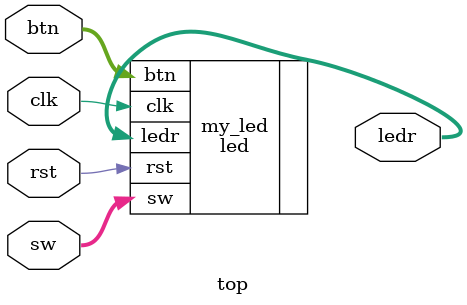
<source format=v>
module top(
    input clk,
    input rst,
    input [4:0] btn,
    input [7:0] sw,
    output [15:0] ledr
);
    // Test led.v
    led my_led(
        .clk(clk),
        .rst(rst),
        .btn(btn),
        .sw(sw),
        .ledr(ledr)
    );

endmodule
</source>
